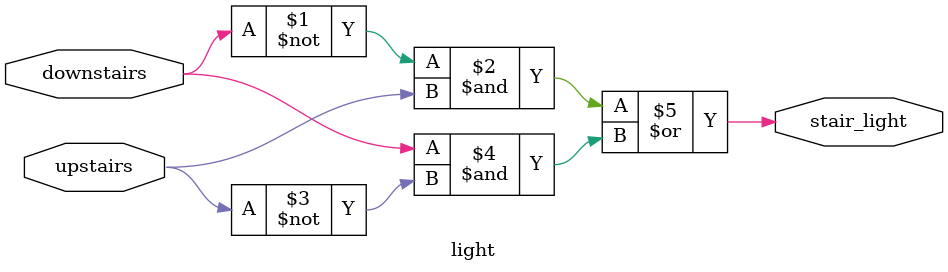
<source format=v>
module light(
    input downstairs, upstairs,
    output stair_light// Declare downstairs and upstairs input
    // Declare stair light output
);

   assign stair_light = (~downstairs & upstairs) | (downstairs & ~upstairs); // Enter logic equation here

endmodule
</source>
